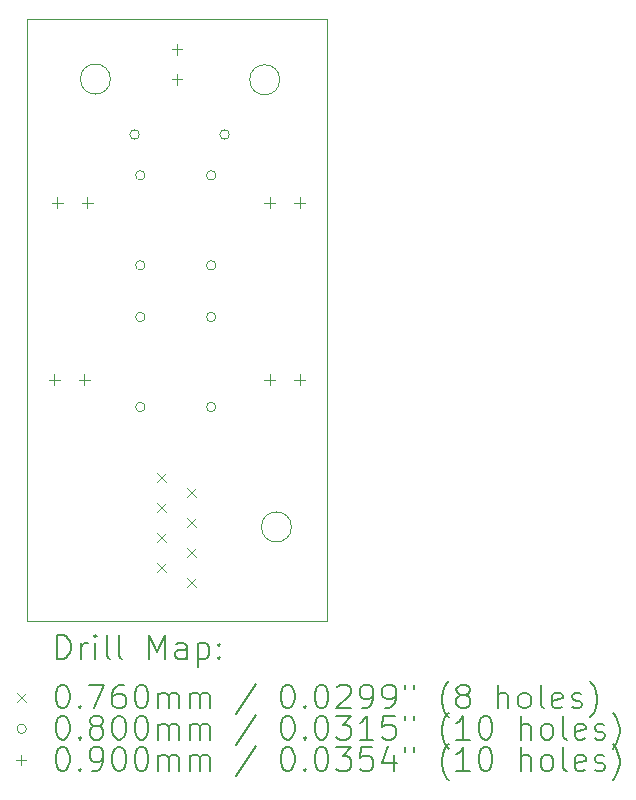
<source format=gbr>
%TF.GenerationSoftware,KiCad,Pcbnew,7.0.9*%
%TF.CreationDate,2023-12-13T17:14:32-05:00*%
%TF.ProjectId,Light Pcb,4c696768-7420-4506-9362-2e6b69636164,rev?*%
%TF.SameCoordinates,Original*%
%TF.FileFunction,Drillmap*%
%TF.FilePolarity,Positive*%
%FSLAX45Y45*%
G04 Gerber Fmt 4.5, Leading zero omitted, Abs format (unit mm)*
G04 Created by KiCad (PCBNEW 7.0.9) date 2023-12-13 17:14:32*
%MOMM*%
%LPD*%
G01*
G04 APERTURE LIST*
%ADD10C,0.100000*%
%ADD11C,0.200000*%
G04 APERTURE END LIST*
D10*
X11129000Y-8996000D02*
G75*
G03*
X11129000Y-8996000I-127000J0D01*
G01*
X11030000Y-5210000D02*
G75*
G03*
X11030000Y-5210000I-127000J0D01*
G01*
X9596000Y-5204000D02*
G75*
G03*
X9596000Y-5204000I-127000J0D01*
G01*
X8890000Y-4699000D02*
X11430000Y-4699000D01*
X11430000Y-9796000D01*
X8890000Y-9796000D01*
X8890000Y-4699000D01*
D11*
D10*
X9987000Y-8536750D02*
X10063000Y-8612750D01*
X10063000Y-8536750D02*
X9987000Y-8612750D01*
X9987000Y-8790750D02*
X10063000Y-8866750D01*
X10063000Y-8790750D02*
X9987000Y-8866750D01*
X9987000Y-9044750D02*
X10063000Y-9120750D01*
X10063000Y-9044750D02*
X9987000Y-9120750D01*
X9987000Y-9298750D02*
X10063000Y-9374750D01*
X10063000Y-9298750D02*
X9987000Y-9374750D01*
X10241000Y-8663750D02*
X10317000Y-8739750D01*
X10317000Y-8663750D02*
X10241000Y-8739750D01*
X10241000Y-8917750D02*
X10317000Y-8993750D01*
X10317000Y-8917750D02*
X10241000Y-8993750D01*
X10241000Y-9171750D02*
X10317000Y-9247750D01*
X10317000Y-9171750D02*
X10241000Y-9247750D01*
X10241000Y-9425750D02*
X10317000Y-9501750D01*
X10317000Y-9425750D02*
X10241000Y-9501750D01*
X9842000Y-5673000D02*
G75*
G03*
X9842000Y-5673000I-40000J0D01*
G01*
X9890000Y-6019000D02*
G75*
G03*
X9890000Y-6019000I-40000J0D01*
G01*
X9890000Y-6781000D02*
G75*
G03*
X9890000Y-6781000I-40000J0D01*
G01*
X9890000Y-7219000D02*
G75*
G03*
X9890000Y-7219000I-40000J0D01*
G01*
X9890000Y-7981000D02*
G75*
G03*
X9890000Y-7981000I-40000J0D01*
G01*
X10490000Y-6019000D02*
G75*
G03*
X10490000Y-6019000I-40000J0D01*
G01*
X10490000Y-6781000D02*
G75*
G03*
X10490000Y-6781000I-40000J0D01*
G01*
X10490000Y-7219000D02*
G75*
G03*
X10490000Y-7219000I-40000J0D01*
G01*
X10490000Y-7981000D02*
G75*
G03*
X10490000Y-7981000I-40000J0D01*
G01*
X10604000Y-5673000D02*
G75*
G03*
X10604000Y-5673000I-40000J0D01*
G01*
X9122500Y-7705000D02*
X9122500Y-7795000D01*
X9077500Y-7750000D02*
X9167500Y-7750000D01*
X9146000Y-6205000D02*
X9146000Y-6295000D01*
X9101000Y-6250000D02*
X9191000Y-6250000D01*
X9376500Y-7705000D02*
X9376500Y-7795000D01*
X9331500Y-7750000D02*
X9421500Y-7750000D01*
X9400000Y-6205000D02*
X9400000Y-6295000D01*
X9355000Y-6250000D02*
X9445000Y-6250000D01*
X10160000Y-4908000D02*
X10160000Y-4998000D01*
X10115000Y-4953000D02*
X10205000Y-4953000D01*
X10160000Y-5162000D02*
X10160000Y-5252000D01*
X10115000Y-5207000D02*
X10205000Y-5207000D01*
X10946000Y-6205000D02*
X10946000Y-6295000D01*
X10901000Y-6250000D02*
X10991000Y-6250000D01*
X10946000Y-7705000D02*
X10946000Y-7795000D01*
X10901000Y-7750000D02*
X10991000Y-7750000D01*
X11200000Y-6205000D02*
X11200000Y-6295000D01*
X11155000Y-6250000D02*
X11245000Y-6250000D01*
X11200000Y-7705000D02*
X11200000Y-7795000D01*
X11155000Y-7750000D02*
X11245000Y-7750000D01*
D11*
X9145777Y-10112484D02*
X9145777Y-9912484D01*
X9145777Y-9912484D02*
X9193396Y-9912484D01*
X9193396Y-9912484D02*
X9221967Y-9922008D01*
X9221967Y-9922008D02*
X9241015Y-9941055D01*
X9241015Y-9941055D02*
X9250539Y-9960103D01*
X9250539Y-9960103D02*
X9260063Y-9998198D01*
X9260063Y-9998198D02*
X9260063Y-10026770D01*
X9260063Y-10026770D02*
X9250539Y-10064865D01*
X9250539Y-10064865D02*
X9241015Y-10083912D01*
X9241015Y-10083912D02*
X9221967Y-10102960D01*
X9221967Y-10102960D02*
X9193396Y-10112484D01*
X9193396Y-10112484D02*
X9145777Y-10112484D01*
X9345777Y-10112484D02*
X9345777Y-9979150D01*
X9345777Y-10017246D02*
X9355301Y-9998198D01*
X9355301Y-9998198D02*
X9364824Y-9988674D01*
X9364824Y-9988674D02*
X9383872Y-9979150D01*
X9383872Y-9979150D02*
X9402920Y-9979150D01*
X9469586Y-10112484D02*
X9469586Y-9979150D01*
X9469586Y-9912484D02*
X9460063Y-9922008D01*
X9460063Y-9922008D02*
X9469586Y-9931531D01*
X9469586Y-9931531D02*
X9479110Y-9922008D01*
X9479110Y-9922008D02*
X9469586Y-9912484D01*
X9469586Y-9912484D02*
X9469586Y-9931531D01*
X9593396Y-10112484D02*
X9574348Y-10102960D01*
X9574348Y-10102960D02*
X9564824Y-10083912D01*
X9564824Y-10083912D02*
X9564824Y-9912484D01*
X9698158Y-10112484D02*
X9679110Y-10102960D01*
X9679110Y-10102960D02*
X9669586Y-10083912D01*
X9669586Y-10083912D02*
X9669586Y-9912484D01*
X9926729Y-10112484D02*
X9926729Y-9912484D01*
X9926729Y-9912484D02*
X9993396Y-10055341D01*
X9993396Y-10055341D02*
X10060063Y-9912484D01*
X10060063Y-9912484D02*
X10060063Y-10112484D01*
X10241015Y-10112484D02*
X10241015Y-10007722D01*
X10241015Y-10007722D02*
X10231491Y-9988674D01*
X10231491Y-9988674D02*
X10212444Y-9979150D01*
X10212444Y-9979150D02*
X10174348Y-9979150D01*
X10174348Y-9979150D02*
X10155301Y-9988674D01*
X10241015Y-10102960D02*
X10221967Y-10112484D01*
X10221967Y-10112484D02*
X10174348Y-10112484D01*
X10174348Y-10112484D02*
X10155301Y-10102960D01*
X10155301Y-10102960D02*
X10145777Y-10083912D01*
X10145777Y-10083912D02*
X10145777Y-10064865D01*
X10145777Y-10064865D02*
X10155301Y-10045817D01*
X10155301Y-10045817D02*
X10174348Y-10036293D01*
X10174348Y-10036293D02*
X10221967Y-10036293D01*
X10221967Y-10036293D02*
X10241015Y-10026770D01*
X10336253Y-9979150D02*
X10336253Y-10179150D01*
X10336253Y-9988674D02*
X10355301Y-9979150D01*
X10355301Y-9979150D02*
X10393396Y-9979150D01*
X10393396Y-9979150D02*
X10412444Y-9988674D01*
X10412444Y-9988674D02*
X10421967Y-9998198D01*
X10421967Y-9998198D02*
X10431491Y-10017246D01*
X10431491Y-10017246D02*
X10431491Y-10074389D01*
X10431491Y-10074389D02*
X10421967Y-10093436D01*
X10421967Y-10093436D02*
X10412444Y-10102960D01*
X10412444Y-10102960D02*
X10393396Y-10112484D01*
X10393396Y-10112484D02*
X10355301Y-10112484D01*
X10355301Y-10112484D02*
X10336253Y-10102960D01*
X10517205Y-10093436D02*
X10526729Y-10102960D01*
X10526729Y-10102960D02*
X10517205Y-10112484D01*
X10517205Y-10112484D02*
X10507682Y-10102960D01*
X10507682Y-10102960D02*
X10517205Y-10093436D01*
X10517205Y-10093436D02*
X10517205Y-10112484D01*
X10517205Y-9988674D02*
X10526729Y-9998198D01*
X10526729Y-9998198D02*
X10517205Y-10007722D01*
X10517205Y-10007722D02*
X10507682Y-9998198D01*
X10507682Y-9998198D02*
X10517205Y-9988674D01*
X10517205Y-9988674D02*
X10517205Y-10007722D01*
D10*
X8809000Y-10403000D02*
X8885000Y-10479000D01*
X8885000Y-10403000D02*
X8809000Y-10479000D01*
D11*
X9183872Y-10332484D02*
X9202920Y-10332484D01*
X9202920Y-10332484D02*
X9221967Y-10342008D01*
X9221967Y-10342008D02*
X9231491Y-10351531D01*
X9231491Y-10351531D02*
X9241015Y-10370579D01*
X9241015Y-10370579D02*
X9250539Y-10408674D01*
X9250539Y-10408674D02*
X9250539Y-10456293D01*
X9250539Y-10456293D02*
X9241015Y-10494389D01*
X9241015Y-10494389D02*
X9231491Y-10513436D01*
X9231491Y-10513436D02*
X9221967Y-10522960D01*
X9221967Y-10522960D02*
X9202920Y-10532484D01*
X9202920Y-10532484D02*
X9183872Y-10532484D01*
X9183872Y-10532484D02*
X9164824Y-10522960D01*
X9164824Y-10522960D02*
X9155301Y-10513436D01*
X9155301Y-10513436D02*
X9145777Y-10494389D01*
X9145777Y-10494389D02*
X9136253Y-10456293D01*
X9136253Y-10456293D02*
X9136253Y-10408674D01*
X9136253Y-10408674D02*
X9145777Y-10370579D01*
X9145777Y-10370579D02*
X9155301Y-10351531D01*
X9155301Y-10351531D02*
X9164824Y-10342008D01*
X9164824Y-10342008D02*
X9183872Y-10332484D01*
X9336253Y-10513436D02*
X9345777Y-10522960D01*
X9345777Y-10522960D02*
X9336253Y-10532484D01*
X9336253Y-10532484D02*
X9326729Y-10522960D01*
X9326729Y-10522960D02*
X9336253Y-10513436D01*
X9336253Y-10513436D02*
X9336253Y-10532484D01*
X9412444Y-10332484D02*
X9545777Y-10332484D01*
X9545777Y-10332484D02*
X9460063Y-10532484D01*
X9707682Y-10332484D02*
X9669586Y-10332484D01*
X9669586Y-10332484D02*
X9650539Y-10342008D01*
X9650539Y-10342008D02*
X9641015Y-10351531D01*
X9641015Y-10351531D02*
X9621967Y-10380103D01*
X9621967Y-10380103D02*
X9612444Y-10418198D01*
X9612444Y-10418198D02*
X9612444Y-10494389D01*
X9612444Y-10494389D02*
X9621967Y-10513436D01*
X9621967Y-10513436D02*
X9631491Y-10522960D01*
X9631491Y-10522960D02*
X9650539Y-10532484D01*
X9650539Y-10532484D02*
X9688634Y-10532484D01*
X9688634Y-10532484D02*
X9707682Y-10522960D01*
X9707682Y-10522960D02*
X9717205Y-10513436D01*
X9717205Y-10513436D02*
X9726729Y-10494389D01*
X9726729Y-10494389D02*
X9726729Y-10446770D01*
X9726729Y-10446770D02*
X9717205Y-10427722D01*
X9717205Y-10427722D02*
X9707682Y-10418198D01*
X9707682Y-10418198D02*
X9688634Y-10408674D01*
X9688634Y-10408674D02*
X9650539Y-10408674D01*
X9650539Y-10408674D02*
X9631491Y-10418198D01*
X9631491Y-10418198D02*
X9621967Y-10427722D01*
X9621967Y-10427722D02*
X9612444Y-10446770D01*
X9850539Y-10332484D02*
X9869586Y-10332484D01*
X9869586Y-10332484D02*
X9888634Y-10342008D01*
X9888634Y-10342008D02*
X9898158Y-10351531D01*
X9898158Y-10351531D02*
X9907682Y-10370579D01*
X9907682Y-10370579D02*
X9917205Y-10408674D01*
X9917205Y-10408674D02*
X9917205Y-10456293D01*
X9917205Y-10456293D02*
X9907682Y-10494389D01*
X9907682Y-10494389D02*
X9898158Y-10513436D01*
X9898158Y-10513436D02*
X9888634Y-10522960D01*
X9888634Y-10522960D02*
X9869586Y-10532484D01*
X9869586Y-10532484D02*
X9850539Y-10532484D01*
X9850539Y-10532484D02*
X9831491Y-10522960D01*
X9831491Y-10522960D02*
X9821967Y-10513436D01*
X9821967Y-10513436D02*
X9812444Y-10494389D01*
X9812444Y-10494389D02*
X9802920Y-10456293D01*
X9802920Y-10456293D02*
X9802920Y-10408674D01*
X9802920Y-10408674D02*
X9812444Y-10370579D01*
X9812444Y-10370579D02*
X9821967Y-10351531D01*
X9821967Y-10351531D02*
X9831491Y-10342008D01*
X9831491Y-10342008D02*
X9850539Y-10332484D01*
X10002920Y-10532484D02*
X10002920Y-10399150D01*
X10002920Y-10418198D02*
X10012444Y-10408674D01*
X10012444Y-10408674D02*
X10031491Y-10399150D01*
X10031491Y-10399150D02*
X10060063Y-10399150D01*
X10060063Y-10399150D02*
X10079110Y-10408674D01*
X10079110Y-10408674D02*
X10088634Y-10427722D01*
X10088634Y-10427722D02*
X10088634Y-10532484D01*
X10088634Y-10427722D02*
X10098158Y-10408674D01*
X10098158Y-10408674D02*
X10117205Y-10399150D01*
X10117205Y-10399150D02*
X10145777Y-10399150D01*
X10145777Y-10399150D02*
X10164825Y-10408674D01*
X10164825Y-10408674D02*
X10174348Y-10427722D01*
X10174348Y-10427722D02*
X10174348Y-10532484D01*
X10269586Y-10532484D02*
X10269586Y-10399150D01*
X10269586Y-10418198D02*
X10279110Y-10408674D01*
X10279110Y-10408674D02*
X10298158Y-10399150D01*
X10298158Y-10399150D02*
X10326729Y-10399150D01*
X10326729Y-10399150D02*
X10345777Y-10408674D01*
X10345777Y-10408674D02*
X10355301Y-10427722D01*
X10355301Y-10427722D02*
X10355301Y-10532484D01*
X10355301Y-10427722D02*
X10364825Y-10408674D01*
X10364825Y-10408674D02*
X10383872Y-10399150D01*
X10383872Y-10399150D02*
X10412444Y-10399150D01*
X10412444Y-10399150D02*
X10431491Y-10408674D01*
X10431491Y-10408674D02*
X10441015Y-10427722D01*
X10441015Y-10427722D02*
X10441015Y-10532484D01*
X10831491Y-10322960D02*
X10660063Y-10580103D01*
X11088634Y-10332484D02*
X11107682Y-10332484D01*
X11107682Y-10332484D02*
X11126729Y-10342008D01*
X11126729Y-10342008D02*
X11136253Y-10351531D01*
X11136253Y-10351531D02*
X11145777Y-10370579D01*
X11145777Y-10370579D02*
X11155301Y-10408674D01*
X11155301Y-10408674D02*
X11155301Y-10456293D01*
X11155301Y-10456293D02*
X11145777Y-10494389D01*
X11145777Y-10494389D02*
X11136253Y-10513436D01*
X11136253Y-10513436D02*
X11126729Y-10522960D01*
X11126729Y-10522960D02*
X11107682Y-10532484D01*
X11107682Y-10532484D02*
X11088634Y-10532484D01*
X11088634Y-10532484D02*
X11069587Y-10522960D01*
X11069587Y-10522960D02*
X11060063Y-10513436D01*
X11060063Y-10513436D02*
X11050539Y-10494389D01*
X11050539Y-10494389D02*
X11041015Y-10456293D01*
X11041015Y-10456293D02*
X11041015Y-10408674D01*
X11041015Y-10408674D02*
X11050539Y-10370579D01*
X11050539Y-10370579D02*
X11060063Y-10351531D01*
X11060063Y-10351531D02*
X11069587Y-10342008D01*
X11069587Y-10342008D02*
X11088634Y-10332484D01*
X11241015Y-10513436D02*
X11250539Y-10522960D01*
X11250539Y-10522960D02*
X11241015Y-10532484D01*
X11241015Y-10532484D02*
X11231491Y-10522960D01*
X11231491Y-10522960D02*
X11241015Y-10513436D01*
X11241015Y-10513436D02*
X11241015Y-10532484D01*
X11374348Y-10332484D02*
X11393396Y-10332484D01*
X11393396Y-10332484D02*
X11412444Y-10342008D01*
X11412444Y-10342008D02*
X11421967Y-10351531D01*
X11421967Y-10351531D02*
X11431491Y-10370579D01*
X11431491Y-10370579D02*
X11441015Y-10408674D01*
X11441015Y-10408674D02*
X11441015Y-10456293D01*
X11441015Y-10456293D02*
X11431491Y-10494389D01*
X11431491Y-10494389D02*
X11421967Y-10513436D01*
X11421967Y-10513436D02*
X11412444Y-10522960D01*
X11412444Y-10522960D02*
X11393396Y-10532484D01*
X11393396Y-10532484D02*
X11374348Y-10532484D01*
X11374348Y-10532484D02*
X11355301Y-10522960D01*
X11355301Y-10522960D02*
X11345777Y-10513436D01*
X11345777Y-10513436D02*
X11336253Y-10494389D01*
X11336253Y-10494389D02*
X11326729Y-10456293D01*
X11326729Y-10456293D02*
X11326729Y-10408674D01*
X11326729Y-10408674D02*
X11336253Y-10370579D01*
X11336253Y-10370579D02*
X11345777Y-10351531D01*
X11345777Y-10351531D02*
X11355301Y-10342008D01*
X11355301Y-10342008D02*
X11374348Y-10332484D01*
X11517206Y-10351531D02*
X11526729Y-10342008D01*
X11526729Y-10342008D02*
X11545777Y-10332484D01*
X11545777Y-10332484D02*
X11593396Y-10332484D01*
X11593396Y-10332484D02*
X11612444Y-10342008D01*
X11612444Y-10342008D02*
X11621967Y-10351531D01*
X11621967Y-10351531D02*
X11631491Y-10370579D01*
X11631491Y-10370579D02*
X11631491Y-10389627D01*
X11631491Y-10389627D02*
X11621967Y-10418198D01*
X11621967Y-10418198D02*
X11507682Y-10532484D01*
X11507682Y-10532484D02*
X11631491Y-10532484D01*
X11726729Y-10532484D02*
X11764825Y-10532484D01*
X11764825Y-10532484D02*
X11783872Y-10522960D01*
X11783872Y-10522960D02*
X11793396Y-10513436D01*
X11793396Y-10513436D02*
X11812444Y-10484865D01*
X11812444Y-10484865D02*
X11821967Y-10446770D01*
X11821967Y-10446770D02*
X11821967Y-10370579D01*
X11821967Y-10370579D02*
X11812444Y-10351531D01*
X11812444Y-10351531D02*
X11802920Y-10342008D01*
X11802920Y-10342008D02*
X11783872Y-10332484D01*
X11783872Y-10332484D02*
X11745777Y-10332484D01*
X11745777Y-10332484D02*
X11726729Y-10342008D01*
X11726729Y-10342008D02*
X11717206Y-10351531D01*
X11717206Y-10351531D02*
X11707682Y-10370579D01*
X11707682Y-10370579D02*
X11707682Y-10418198D01*
X11707682Y-10418198D02*
X11717206Y-10437246D01*
X11717206Y-10437246D02*
X11726729Y-10446770D01*
X11726729Y-10446770D02*
X11745777Y-10456293D01*
X11745777Y-10456293D02*
X11783872Y-10456293D01*
X11783872Y-10456293D02*
X11802920Y-10446770D01*
X11802920Y-10446770D02*
X11812444Y-10437246D01*
X11812444Y-10437246D02*
X11821967Y-10418198D01*
X11917206Y-10532484D02*
X11955301Y-10532484D01*
X11955301Y-10532484D02*
X11974348Y-10522960D01*
X11974348Y-10522960D02*
X11983872Y-10513436D01*
X11983872Y-10513436D02*
X12002920Y-10484865D01*
X12002920Y-10484865D02*
X12012444Y-10446770D01*
X12012444Y-10446770D02*
X12012444Y-10370579D01*
X12012444Y-10370579D02*
X12002920Y-10351531D01*
X12002920Y-10351531D02*
X11993396Y-10342008D01*
X11993396Y-10342008D02*
X11974348Y-10332484D01*
X11974348Y-10332484D02*
X11936253Y-10332484D01*
X11936253Y-10332484D02*
X11917206Y-10342008D01*
X11917206Y-10342008D02*
X11907682Y-10351531D01*
X11907682Y-10351531D02*
X11898158Y-10370579D01*
X11898158Y-10370579D02*
X11898158Y-10418198D01*
X11898158Y-10418198D02*
X11907682Y-10437246D01*
X11907682Y-10437246D02*
X11917206Y-10446770D01*
X11917206Y-10446770D02*
X11936253Y-10456293D01*
X11936253Y-10456293D02*
X11974348Y-10456293D01*
X11974348Y-10456293D02*
X11993396Y-10446770D01*
X11993396Y-10446770D02*
X12002920Y-10437246D01*
X12002920Y-10437246D02*
X12012444Y-10418198D01*
X12088634Y-10332484D02*
X12088634Y-10370579D01*
X12164825Y-10332484D02*
X12164825Y-10370579D01*
X12460063Y-10608674D02*
X12450539Y-10599150D01*
X12450539Y-10599150D02*
X12431491Y-10570579D01*
X12431491Y-10570579D02*
X12421968Y-10551531D01*
X12421968Y-10551531D02*
X12412444Y-10522960D01*
X12412444Y-10522960D02*
X12402920Y-10475341D01*
X12402920Y-10475341D02*
X12402920Y-10437246D01*
X12402920Y-10437246D02*
X12412444Y-10389627D01*
X12412444Y-10389627D02*
X12421968Y-10361055D01*
X12421968Y-10361055D02*
X12431491Y-10342008D01*
X12431491Y-10342008D02*
X12450539Y-10313436D01*
X12450539Y-10313436D02*
X12460063Y-10303912D01*
X12564825Y-10418198D02*
X12545777Y-10408674D01*
X12545777Y-10408674D02*
X12536253Y-10399150D01*
X12536253Y-10399150D02*
X12526729Y-10380103D01*
X12526729Y-10380103D02*
X12526729Y-10370579D01*
X12526729Y-10370579D02*
X12536253Y-10351531D01*
X12536253Y-10351531D02*
X12545777Y-10342008D01*
X12545777Y-10342008D02*
X12564825Y-10332484D01*
X12564825Y-10332484D02*
X12602920Y-10332484D01*
X12602920Y-10332484D02*
X12621968Y-10342008D01*
X12621968Y-10342008D02*
X12631491Y-10351531D01*
X12631491Y-10351531D02*
X12641015Y-10370579D01*
X12641015Y-10370579D02*
X12641015Y-10380103D01*
X12641015Y-10380103D02*
X12631491Y-10399150D01*
X12631491Y-10399150D02*
X12621968Y-10408674D01*
X12621968Y-10408674D02*
X12602920Y-10418198D01*
X12602920Y-10418198D02*
X12564825Y-10418198D01*
X12564825Y-10418198D02*
X12545777Y-10427722D01*
X12545777Y-10427722D02*
X12536253Y-10437246D01*
X12536253Y-10437246D02*
X12526729Y-10456293D01*
X12526729Y-10456293D02*
X12526729Y-10494389D01*
X12526729Y-10494389D02*
X12536253Y-10513436D01*
X12536253Y-10513436D02*
X12545777Y-10522960D01*
X12545777Y-10522960D02*
X12564825Y-10532484D01*
X12564825Y-10532484D02*
X12602920Y-10532484D01*
X12602920Y-10532484D02*
X12621968Y-10522960D01*
X12621968Y-10522960D02*
X12631491Y-10513436D01*
X12631491Y-10513436D02*
X12641015Y-10494389D01*
X12641015Y-10494389D02*
X12641015Y-10456293D01*
X12641015Y-10456293D02*
X12631491Y-10437246D01*
X12631491Y-10437246D02*
X12621968Y-10427722D01*
X12621968Y-10427722D02*
X12602920Y-10418198D01*
X12879110Y-10532484D02*
X12879110Y-10332484D01*
X12964825Y-10532484D02*
X12964825Y-10427722D01*
X12964825Y-10427722D02*
X12955301Y-10408674D01*
X12955301Y-10408674D02*
X12936253Y-10399150D01*
X12936253Y-10399150D02*
X12907682Y-10399150D01*
X12907682Y-10399150D02*
X12888634Y-10408674D01*
X12888634Y-10408674D02*
X12879110Y-10418198D01*
X13088634Y-10532484D02*
X13069587Y-10522960D01*
X13069587Y-10522960D02*
X13060063Y-10513436D01*
X13060063Y-10513436D02*
X13050539Y-10494389D01*
X13050539Y-10494389D02*
X13050539Y-10437246D01*
X13050539Y-10437246D02*
X13060063Y-10418198D01*
X13060063Y-10418198D02*
X13069587Y-10408674D01*
X13069587Y-10408674D02*
X13088634Y-10399150D01*
X13088634Y-10399150D02*
X13117206Y-10399150D01*
X13117206Y-10399150D02*
X13136253Y-10408674D01*
X13136253Y-10408674D02*
X13145777Y-10418198D01*
X13145777Y-10418198D02*
X13155301Y-10437246D01*
X13155301Y-10437246D02*
X13155301Y-10494389D01*
X13155301Y-10494389D02*
X13145777Y-10513436D01*
X13145777Y-10513436D02*
X13136253Y-10522960D01*
X13136253Y-10522960D02*
X13117206Y-10532484D01*
X13117206Y-10532484D02*
X13088634Y-10532484D01*
X13269587Y-10532484D02*
X13250539Y-10522960D01*
X13250539Y-10522960D02*
X13241015Y-10503912D01*
X13241015Y-10503912D02*
X13241015Y-10332484D01*
X13421968Y-10522960D02*
X13402920Y-10532484D01*
X13402920Y-10532484D02*
X13364825Y-10532484D01*
X13364825Y-10532484D02*
X13345777Y-10522960D01*
X13345777Y-10522960D02*
X13336253Y-10503912D01*
X13336253Y-10503912D02*
X13336253Y-10427722D01*
X13336253Y-10427722D02*
X13345777Y-10408674D01*
X13345777Y-10408674D02*
X13364825Y-10399150D01*
X13364825Y-10399150D02*
X13402920Y-10399150D01*
X13402920Y-10399150D02*
X13421968Y-10408674D01*
X13421968Y-10408674D02*
X13431491Y-10427722D01*
X13431491Y-10427722D02*
X13431491Y-10446770D01*
X13431491Y-10446770D02*
X13336253Y-10465817D01*
X13507682Y-10522960D02*
X13526730Y-10532484D01*
X13526730Y-10532484D02*
X13564825Y-10532484D01*
X13564825Y-10532484D02*
X13583872Y-10522960D01*
X13583872Y-10522960D02*
X13593396Y-10503912D01*
X13593396Y-10503912D02*
X13593396Y-10494389D01*
X13593396Y-10494389D02*
X13583872Y-10475341D01*
X13583872Y-10475341D02*
X13564825Y-10465817D01*
X13564825Y-10465817D02*
X13536253Y-10465817D01*
X13536253Y-10465817D02*
X13517206Y-10456293D01*
X13517206Y-10456293D02*
X13507682Y-10437246D01*
X13507682Y-10437246D02*
X13507682Y-10427722D01*
X13507682Y-10427722D02*
X13517206Y-10408674D01*
X13517206Y-10408674D02*
X13536253Y-10399150D01*
X13536253Y-10399150D02*
X13564825Y-10399150D01*
X13564825Y-10399150D02*
X13583872Y-10408674D01*
X13660063Y-10608674D02*
X13669587Y-10599150D01*
X13669587Y-10599150D02*
X13688634Y-10570579D01*
X13688634Y-10570579D02*
X13698158Y-10551531D01*
X13698158Y-10551531D02*
X13707682Y-10522960D01*
X13707682Y-10522960D02*
X13717206Y-10475341D01*
X13717206Y-10475341D02*
X13717206Y-10437246D01*
X13717206Y-10437246D02*
X13707682Y-10389627D01*
X13707682Y-10389627D02*
X13698158Y-10361055D01*
X13698158Y-10361055D02*
X13688634Y-10342008D01*
X13688634Y-10342008D02*
X13669587Y-10313436D01*
X13669587Y-10313436D02*
X13660063Y-10303912D01*
D10*
X8885000Y-10705000D02*
G75*
G03*
X8885000Y-10705000I-40000J0D01*
G01*
D11*
X9183872Y-10596484D02*
X9202920Y-10596484D01*
X9202920Y-10596484D02*
X9221967Y-10606008D01*
X9221967Y-10606008D02*
X9231491Y-10615531D01*
X9231491Y-10615531D02*
X9241015Y-10634579D01*
X9241015Y-10634579D02*
X9250539Y-10672674D01*
X9250539Y-10672674D02*
X9250539Y-10720293D01*
X9250539Y-10720293D02*
X9241015Y-10758389D01*
X9241015Y-10758389D02*
X9231491Y-10777436D01*
X9231491Y-10777436D02*
X9221967Y-10786960D01*
X9221967Y-10786960D02*
X9202920Y-10796484D01*
X9202920Y-10796484D02*
X9183872Y-10796484D01*
X9183872Y-10796484D02*
X9164824Y-10786960D01*
X9164824Y-10786960D02*
X9155301Y-10777436D01*
X9155301Y-10777436D02*
X9145777Y-10758389D01*
X9145777Y-10758389D02*
X9136253Y-10720293D01*
X9136253Y-10720293D02*
X9136253Y-10672674D01*
X9136253Y-10672674D02*
X9145777Y-10634579D01*
X9145777Y-10634579D02*
X9155301Y-10615531D01*
X9155301Y-10615531D02*
X9164824Y-10606008D01*
X9164824Y-10606008D02*
X9183872Y-10596484D01*
X9336253Y-10777436D02*
X9345777Y-10786960D01*
X9345777Y-10786960D02*
X9336253Y-10796484D01*
X9336253Y-10796484D02*
X9326729Y-10786960D01*
X9326729Y-10786960D02*
X9336253Y-10777436D01*
X9336253Y-10777436D02*
X9336253Y-10796484D01*
X9460063Y-10682198D02*
X9441015Y-10672674D01*
X9441015Y-10672674D02*
X9431491Y-10663150D01*
X9431491Y-10663150D02*
X9421967Y-10644103D01*
X9421967Y-10644103D02*
X9421967Y-10634579D01*
X9421967Y-10634579D02*
X9431491Y-10615531D01*
X9431491Y-10615531D02*
X9441015Y-10606008D01*
X9441015Y-10606008D02*
X9460063Y-10596484D01*
X9460063Y-10596484D02*
X9498158Y-10596484D01*
X9498158Y-10596484D02*
X9517205Y-10606008D01*
X9517205Y-10606008D02*
X9526729Y-10615531D01*
X9526729Y-10615531D02*
X9536253Y-10634579D01*
X9536253Y-10634579D02*
X9536253Y-10644103D01*
X9536253Y-10644103D02*
X9526729Y-10663150D01*
X9526729Y-10663150D02*
X9517205Y-10672674D01*
X9517205Y-10672674D02*
X9498158Y-10682198D01*
X9498158Y-10682198D02*
X9460063Y-10682198D01*
X9460063Y-10682198D02*
X9441015Y-10691722D01*
X9441015Y-10691722D02*
X9431491Y-10701246D01*
X9431491Y-10701246D02*
X9421967Y-10720293D01*
X9421967Y-10720293D02*
X9421967Y-10758389D01*
X9421967Y-10758389D02*
X9431491Y-10777436D01*
X9431491Y-10777436D02*
X9441015Y-10786960D01*
X9441015Y-10786960D02*
X9460063Y-10796484D01*
X9460063Y-10796484D02*
X9498158Y-10796484D01*
X9498158Y-10796484D02*
X9517205Y-10786960D01*
X9517205Y-10786960D02*
X9526729Y-10777436D01*
X9526729Y-10777436D02*
X9536253Y-10758389D01*
X9536253Y-10758389D02*
X9536253Y-10720293D01*
X9536253Y-10720293D02*
X9526729Y-10701246D01*
X9526729Y-10701246D02*
X9517205Y-10691722D01*
X9517205Y-10691722D02*
X9498158Y-10682198D01*
X9660063Y-10596484D02*
X9679110Y-10596484D01*
X9679110Y-10596484D02*
X9698158Y-10606008D01*
X9698158Y-10606008D02*
X9707682Y-10615531D01*
X9707682Y-10615531D02*
X9717205Y-10634579D01*
X9717205Y-10634579D02*
X9726729Y-10672674D01*
X9726729Y-10672674D02*
X9726729Y-10720293D01*
X9726729Y-10720293D02*
X9717205Y-10758389D01*
X9717205Y-10758389D02*
X9707682Y-10777436D01*
X9707682Y-10777436D02*
X9698158Y-10786960D01*
X9698158Y-10786960D02*
X9679110Y-10796484D01*
X9679110Y-10796484D02*
X9660063Y-10796484D01*
X9660063Y-10796484D02*
X9641015Y-10786960D01*
X9641015Y-10786960D02*
X9631491Y-10777436D01*
X9631491Y-10777436D02*
X9621967Y-10758389D01*
X9621967Y-10758389D02*
X9612444Y-10720293D01*
X9612444Y-10720293D02*
X9612444Y-10672674D01*
X9612444Y-10672674D02*
X9621967Y-10634579D01*
X9621967Y-10634579D02*
X9631491Y-10615531D01*
X9631491Y-10615531D02*
X9641015Y-10606008D01*
X9641015Y-10606008D02*
X9660063Y-10596484D01*
X9850539Y-10596484D02*
X9869586Y-10596484D01*
X9869586Y-10596484D02*
X9888634Y-10606008D01*
X9888634Y-10606008D02*
X9898158Y-10615531D01*
X9898158Y-10615531D02*
X9907682Y-10634579D01*
X9907682Y-10634579D02*
X9917205Y-10672674D01*
X9917205Y-10672674D02*
X9917205Y-10720293D01*
X9917205Y-10720293D02*
X9907682Y-10758389D01*
X9907682Y-10758389D02*
X9898158Y-10777436D01*
X9898158Y-10777436D02*
X9888634Y-10786960D01*
X9888634Y-10786960D02*
X9869586Y-10796484D01*
X9869586Y-10796484D02*
X9850539Y-10796484D01*
X9850539Y-10796484D02*
X9831491Y-10786960D01*
X9831491Y-10786960D02*
X9821967Y-10777436D01*
X9821967Y-10777436D02*
X9812444Y-10758389D01*
X9812444Y-10758389D02*
X9802920Y-10720293D01*
X9802920Y-10720293D02*
X9802920Y-10672674D01*
X9802920Y-10672674D02*
X9812444Y-10634579D01*
X9812444Y-10634579D02*
X9821967Y-10615531D01*
X9821967Y-10615531D02*
X9831491Y-10606008D01*
X9831491Y-10606008D02*
X9850539Y-10596484D01*
X10002920Y-10796484D02*
X10002920Y-10663150D01*
X10002920Y-10682198D02*
X10012444Y-10672674D01*
X10012444Y-10672674D02*
X10031491Y-10663150D01*
X10031491Y-10663150D02*
X10060063Y-10663150D01*
X10060063Y-10663150D02*
X10079110Y-10672674D01*
X10079110Y-10672674D02*
X10088634Y-10691722D01*
X10088634Y-10691722D02*
X10088634Y-10796484D01*
X10088634Y-10691722D02*
X10098158Y-10672674D01*
X10098158Y-10672674D02*
X10117205Y-10663150D01*
X10117205Y-10663150D02*
X10145777Y-10663150D01*
X10145777Y-10663150D02*
X10164825Y-10672674D01*
X10164825Y-10672674D02*
X10174348Y-10691722D01*
X10174348Y-10691722D02*
X10174348Y-10796484D01*
X10269586Y-10796484D02*
X10269586Y-10663150D01*
X10269586Y-10682198D02*
X10279110Y-10672674D01*
X10279110Y-10672674D02*
X10298158Y-10663150D01*
X10298158Y-10663150D02*
X10326729Y-10663150D01*
X10326729Y-10663150D02*
X10345777Y-10672674D01*
X10345777Y-10672674D02*
X10355301Y-10691722D01*
X10355301Y-10691722D02*
X10355301Y-10796484D01*
X10355301Y-10691722D02*
X10364825Y-10672674D01*
X10364825Y-10672674D02*
X10383872Y-10663150D01*
X10383872Y-10663150D02*
X10412444Y-10663150D01*
X10412444Y-10663150D02*
X10431491Y-10672674D01*
X10431491Y-10672674D02*
X10441015Y-10691722D01*
X10441015Y-10691722D02*
X10441015Y-10796484D01*
X10831491Y-10586960D02*
X10660063Y-10844103D01*
X11088634Y-10596484D02*
X11107682Y-10596484D01*
X11107682Y-10596484D02*
X11126729Y-10606008D01*
X11126729Y-10606008D02*
X11136253Y-10615531D01*
X11136253Y-10615531D02*
X11145777Y-10634579D01*
X11145777Y-10634579D02*
X11155301Y-10672674D01*
X11155301Y-10672674D02*
X11155301Y-10720293D01*
X11155301Y-10720293D02*
X11145777Y-10758389D01*
X11145777Y-10758389D02*
X11136253Y-10777436D01*
X11136253Y-10777436D02*
X11126729Y-10786960D01*
X11126729Y-10786960D02*
X11107682Y-10796484D01*
X11107682Y-10796484D02*
X11088634Y-10796484D01*
X11088634Y-10796484D02*
X11069587Y-10786960D01*
X11069587Y-10786960D02*
X11060063Y-10777436D01*
X11060063Y-10777436D02*
X11050539Y-10758389D01*
X11050539Y-10758389D02*
X11041015Y-10720293D01*
X11041015Y-10720293D02*
X11041015Y-10672674D01*
X11041015Y-10672674D02*
X11050539Y-10634579D01*
X11050539Y-10634579D02*
X11060063Y-10615531D01*
X11060063Y-10615531D02*
X11069587Y-10606008D01*
X11069587Y-10606008D02*
X11088634Y-10596484D01*
X11241015Y-10777436D02*
X11250539Y-10786960D01*
X11250539Y-10786960D02*
X11241015Y-10796484D01*
X11241015Y-10796484D02*
X11231491Y-10786960D01*
X11231491Y-10786960D02*
X11241015Y-10777436D01*
X11241015Y-10777436D02*
X11241015Y-10796484D01*
X11374348Y-10596484D02*
X11393396Y-10596484D01*
X11393396Y-10596484D02*
X11412444Y-10606008D01*
X11412444Y-10606008D02*
X11421967Y-10615531D01*
X11421967Y-10615531D02*
X11431491Y-10634579D01*
X11431491Y-10634579D02*
X11441015Y-10672674D01*
X11441015Y-10672674D02*
X11441015Y-10720293D01*
X11441015Y-10720293D02*
X11431491Y-10758389D01*
X11431491Y-10758389D02*
X11421967Y-10777436D01*
X11421967Y-10777436D02*
X11412444Y-10786960D01*
X11412444Y-10786960D02*
X11393396Y-10796484D01*
X11393396Y-10796484D02*
X11374348Y-10796484D01*
X11374348Y-10796484D02*
X11355301Y-10786960D01*
X11355301Y-10786960D02*
X11345777Y-10777436D01*
X11345777Y-10777436D02*
X11336253Y-10758389D01*
X11336253Y-10758389D02*
X11326729Y-10720293D01*
X11326729Y-10720293D02*
X11326729Y-10672674D01*
X11326729Y-10672674D02*
X11336253Y-10634579D01*
X11336253Y-10634579D02*
X11345777Y-10615531D01*
X11345777Y-10615531D02*
X11355301Y-10606008D01*
X11355301Y-10606008D02*
X11374348Y-10596484D01*
X11507682Y-10596484D02*
X11631491Y-10596484D01*
X11631491Y-10596484D02*
X11564825Y-10672674D01*
X11564825Y-10672674D02*
X11593396Y-10672674D01*
X11593396Y-10672674D02*
X11612444Y-10682198D01*
X11612444Y-10682198D02*
X11621967Y-10691722D01*
X11621967Y-10691722D02*
X11631491Y-10710770D01*
X11631491Y-10710770D02*
X11631491Y-10758389D01*
X11631491Y-10758389D02*
X11621967Y-10777436D01*
X11621967Y-10777436D02*
X11612444Y-10786960D01*
X11612444Y-10786960D02*
X11593396Y-10796484D01*
X11593396Y-10796484D02*
X11536253Y-10796484D01*
X11536253Y-10796484D02*
X11517206Y-10786960D01*
X11517206Y-10786960D02*
X11507682Y-10777436D01*
X11821967Y-10796484D02*
X11707682Y-10796484D01*
X11764825Y-10796484D02*
X11764825Y-10596484D01*
X11764825Y-10596484D02*
X11745777Y-10625055D01*
X11745777Y-10625055D02*
X11726729Y-10644103D01*
X11726729Y-10644103D02*
X11707682Y-10653627D01*
X12002920Y-10596484D02*
X11907682Y-10596484D01*
X11907682Y-10596484D02*
X11898158Y-10691722D01*
X11898158Y-10691722D02*
X11907682Y-10682198D01*
X11907682Y-10682198D02*
X11926729Y-10672674D01*
X11926729Y-10672674D02*
X11974348Y-10672674D01*
X11974348Y-10672674D02*
X11993396Y-10682198D01*
X11993396Y-10682198D02*
X12002920Y-10691722D01*
X12002920Y-10691722D02*
X12012444Y-10710770D01*
X12012444Y-10710770D02*
X12012444Y-10758389D01*
X12012444Y-10758389D02*
X12002920Y-10777436D01*
X12002920Y-10777436D02*
X11993396Y-10786960D01*
X11993396Y-10786960D02*
X11974348Y-10796484D01*
X11974348Y-10796484D02*
X11926729Y-10796484D01*
X11926729Y-10796484D02*
X11907682Y-10786960D01*
X11907682Y-10786960D02*
X11898158Y-10777436D01*
X12088634Y-10596484D02*
X12088634Y-10634579D01*
X12164825Y-10596484D02*
X12164825Y-10634579D01*
X12460063Y-10872674D02*
X12450539Y-10863150D01*
X12450539Y-10863150D02*
X12431491Y-10834579D01*
X12431491Y-10834579D02*
X12421968Y-10815531D01*
X12421968Y-10815531D02*
X12412444Y-10786960D01*
X12412444Y-10786960D02*
X12402920Y-10739341D01*
X12402920Y-10739341D02*
X12402920Y-10701246D01*
X12402920Y-10701246D02*
X12412444Y-10653627D01*
X12412444Y-10653627D02*
X12421968Y-10625055D01*
X12421968Y-10625055D02*
X12431491Y-10606008D01*
X12431491Y-10606008D02*
X12450539Y-10577436D01*
X12450539Y-10577436D02*
X12460063Y-10567912D01*
X12641015Y-10796484D02*
X12526729Y-10796484D01*
X12583872Y-10796484D02*
X12583872Y-10596484D01*
X12583872Y-10596484D02*
X12564825Y-10625055D01*
X12564825Y-10625055D02*
X12545777Y-10644103D01*
X12545777Y-10644103D02*
X12526729Y-10653627D01*
X12764825Y-10596484D02*
X12783872Y-10596484D01*
X12783872Y-10596484D02*
X12802920Y-10606008D01*
X12802920Y-10606008D02*
X12812444Y-10615531D01*
X12812444Y-10615531D02*
X12821968Y-10634579D01*
X12821968Y-10634579D02*
X12831491Y-10672674D01*
X12831491Y-10672674D02*
X12831491Y-10720293D01*
X12831491Y-10720293D02*
X12821968Y-10758389D01*
X12821968Y-10758389D02*
X12812444Y-10777436D01*
X12812444Y-10777436D02*
X12802920Y-10786960D01*
X12802920Y-10786960D02*
X12783872Y-10796484D01*
X12783872Y-10796484D02*
X12764825Y-10796484D01*
X12764825Y-10796484D02*
X12745777Y-10786960D01*
X12745777Y-10786960D02*
X12736253Y-10777436D01*
X12736253Y-10777436D02*
X12726729Y-10758389D01*
X12726729Y-10758389D02*
X12717206Y-10720293D01*
X12717206Y-10720293D02*
X12717206Y-10672674D01*
X12717206Y-10672674D02*
X12726729Y-10634579D01*
X12726729Y-10634579D02*
X12736253Y-10615531D01*
X12736253Y-10615531D02*
X12745777Y-10606008D01*
X12745777Y-10606008D02*
X12764825Y-10596484D01*
X13069587Y-10796484D02*
X13069587Y-10596484D01*
X13155301Y-10796484D02*
X13155301Y-10691722D01*
X13155301Y-10691722D02*
X13145777Y-10672674D01*
X13145777Y-10672674D02*
X13126730Y-10663150D01*
X13126730Y-10663150D02*
X13098158Y-10663150D01*
X13098158Y-10663150D02*
X13079110Y-10672674D01*
X13079110Y-10672674D02*
X13069587Y-10682198D01*
X13279110Y-10796484D02*
X13260063Y-10786960D01*
X13260063Y-10786960D02*
X13250539Y-10777436D01*
X13250539Y-10777436D02*
X13241015Y-10758389D01*
X13241015Y-10758389D02*
X13241015Y-10701246D01*
X13241015Y-10701246D02*
X13250539Y-10682198D01*
X13250539Y-10682198D02*
X13260063Y-10672674D01*
X13260063Y-10672674D02*
X13279110Y-10663150D01*
X13279110Y-10663150D02*
X13307682Y-10663150D01*
X13307682Y-10663150D02*
X13326730Y-10672674D01*
X13326730Y-10672674D02*
X13336253Y-10682198D01*
X13336253Y-10682198D02*
X13345777Y-10701246D01*
X13345777Y-10701246D02*
X13345777Y-10758389D01*
X13345777Y-10758389D02*
X13336253Y-10777436D01*
X13336253Y-10777436D02*
X13326730Y-10786960D01*
X13326730Y-10786960D02*
X13307682Y-10796484D01*
X13307682Y-10796484D02*
X13279110Y-10796484D01*
X13460063Y-10796484D02*
X13441015Y-10786960D01*
X13441015Y-10786960D02*
X13431491Y-10767912D01*
X13431491Y-10767912D02*
X13431491Y-10596484D01*
X13612444Y-10786960D02*
X13593396Y-10796484D01*
X13593396Y-10796484D02*
X13555301Y-10796484D01*
X13555301Y-10796484D02*
X13536253Y-10786960D01*
X13536253Y-10786960D02*
X13526730Y-10767912D01*
X13526730Y-10767912D02*
X13526730Y-10691722D01*
X13526730Y-10691722D02*
X13536253Y-10672674D01*
X13536253Y-10672674D02*
X13555301Y-10663150D01*
X13555301Y-10663150D02*
X13593396Y-10663150D01*
X13593396Y-10663150D02*
X13612444Y-10672674D01*
X13612444Y-10672674D02*
X13621968Y-10691722D01*
X13621968Y-10691722D02*
X13621968Y-10710770D01*
X13621968Y-10710770D02*
X13526730Y-10729817D01*
X13698158Y-10786960D02*
X13717206Y-10796484D01*
X13717206Y-10796484D02*
X13755301Y-10796484D01*
X13755301Y-10796484D02*
X13774349Y-10786960D01*
X13774349Y-10786960D02*
X13783872Y-10767912D01*
X13783872Y-10767912D02*
X13783872Y-10758389D01*
X13783872Y-10758389D02*
X13774349Y-10739341D01*
X13774349Y-10739341D02*
X13755301Y-10729817D01*
X13755301Y-10729817D02*
X13726730Y-10729817D01*
X13726730Y-10729817D02*
X13707682Y-10720293D01*
X13707682Y-10720293D02*
X13698158Y-10701246D01*
X13698158Y-10701246D02*
X13698158Y-10691722D01*
X13698158Y-10691722D02*
X13707682Y-10672674D01*
X13707682Y-10672674D02*
X13726730Y-10663150D01*
X13726730Y-10663150D02*
X13755301Y-10663150D01*
X13755301Y-10663150D02*
X13774349Y-10672674D01*
X13850539Y-10872674D02*
X13860063Y-10863150D01*
X13860063Y-10863150D02*
X13879111Y-10834579D01*
X13879111Y-10834579D02*
X13888634Y-10815531D01*
X13888634Y-10815531D02*
X13898158Y-10786960D01*
X13898158Y-10786960D02*
X13907682Y-10739341D01*
X13907682Y-10739341D02*
X13907682Y-10701246D01*
X13907682Y-10701246D02*
X13898158Y-10653627D01*
X13898158Y-10653627D02*
X13888634Y-10625055D01*
X13888634Y-10625055D02*
X13879111Y-10606008D01*
X13879111Y-10606008D02*
X13860063Y-10577436D01*
X13860063Y-10577436D02*
X13850539Y-10567912D01*
D10*
X8840000Y-10924000D02*
X8840000Y-11014000D01*
X8795000Y-10969000D02*
X8885000Y-10969000D01*
D11*
X9183872Y-10860484D02*
X9202920Y-10860484D01*
X9202920Y-10860484D02*
X9221967Y-10870008D01*
X9221967Y-10870008D02*
X9231491Y-10879531D01*
X9231491Y-10879531D02*
X9241015Y-10898579D01*
X9241015Y-10898579D02*
X9250539Y-10936674D01*
X9250539Y-10936674D02*
X9250539Y-10984293D01*
X9250539Y-10984293D02*
X9241015Y-11022389D01*
X9241015Y-11022389D02*
X9231491Y-11041436D01*
X9231491Y-11041436D02*
X9221967Y-11050960D01*
X9221967Y-11050960D02*
X9202920Y-11060484D01*
X9202920Y-11060484D02*
X9183872Y-11060484D01*
X9183872Y-11060484D02*
X9164824Y-11050960D01*
X9164824Y-11050960D02*
X9155301Y-11041436D01*
X9155301Y-11041436D02*
X9145777Y-11022389D01*
X9145777Y-11022389D02*
X9136253Y-10984293D01*
X9136253Y-10984293D02*
X9136253Y-10936674D01*
X9136253Y-10936674D02*
X9145777Y-10898579D01*
X9145777Y-10898579D02*
X9155301Y-10879531D01*
X9155301Y-10879531D02*
X9164824Y-10870008D01*
X9164824Y-10870008D02*
X9183872Y-10860484D01*
X9336253Y-11041436D02*
X9345777Y-11050960D01*
X9345777Y-11050960D02*
X9336253Y-11060484D01*
X9336253Y-11060484D02*
X9326729Y-11050960D01*
X9326729Y-11050960D02*
X9336253Y-11041436D01*
X9336253Y-11041436D02*
X9336253Y-11060484D01*
X9441015Y-11060484D02*
X9479110Y-11060484D01*
X9479110Y-11060484D02*
X9498158Y-11050960D01*
X9498158Y-11050960D02*
X9507682Y-11041436D01*
X9507682Y-11041436D02*
X9526729Y-11012865D01*
X9526729Y-11012865D02*
X9536253Y-10974770D01*
X9536253Y-10974770D02*
X9536253Y-10898579D01*
X9536253Y-10898579D02*
X9526729Y-10879531D01*
X9526729Y-10879531D02*
X9517205Y-10870008D01*
X9517205Y-10870008D02*
X9498158Y-10860484D01*
X9498158Y-10860484D02*
X9460063Y-10860484D01*
X9460063Y-10860484D02*
X9441015Y-10870008D01*
X9441015Y-10870008D02*
X9431491Y-10879531D01*
X9431491Y-10879531D02*
X9421967Y-10898579D01*
X9421967Y-10898579D02*
X9421967Y-10946198D01*
X9421967Y-10946198D02*
X9431491Y-10965246D01*
X9431491Y-10965246D02*
X9441015Y-10974770D01*
X9441015Y-10974770D02*
X9460063Y-10984293D01*
X9460063Y-10984293D02*
X9498158Y-10984293D01*
X9498158Y-10984293D02*
X9517205Y-10974770D01*
X9517205Y-10974770D02*
X9526729Y-10965246D01*
X9526729Y-10965246D02*
X9536253Y-10946198D01*
X9660063Y-10860484D02*
X9679110Y-10860484D01*
X9679110Y-10860484D02*
X9698158Y-10870008D01*
X9698158Y-10870008D02*
X9707682Y-10879531D01*
X9707682Y-10879531D02*
X9717205Y-10898579D01*
X9717205Y-10898579D02*
X9726729Y-10936674D01*
X9726729Y-10936674D02*
X9726729Y-10984293D01*
X9726729Y-10984293D02*
X9717205Y-11022389D01*
X9717205Y-11022389D02*
X9707682Y-11041436D01*
X9707682Y-11041436D02*
X9698158Y-11050960D01*
X9698158Y-11050960D02*
X9679110Y-11060484D01*
X9679110Y-11060484D02*
X9660063Y-11060484D01*
X9660063Y-11060484D02*
X9641015Y-11050960D01*
X9641015Y-11050960D02*
X9631491Y-11041436D01*
X9631491Y-11041436D02*
X9621967Y-11022389D01*
X9621967Y-11022389D02*
X9612444Y-10984293D01*
X9612444Y-10984293D02*
X9612444Y-10936674D01*
X9612444Y-10936674D02*
X9621967Y-10898579D01*
X9621967Y-10898579D02*
X9631491Y-10879531D01*
X9631491Y-10879531D02*
X9641015Y-10870008D01*
X9641015Y-10870008D02*
X9660063Y-10860484D01*
X9850539Y-10860484D02*
X9869586Y-10860484D01*
X9869586Y-10860484D02*
X9888634Y-10870008D01*
X9888634Y-10870008D02*
X9898158Y-10879531D01*
X9898158Y-10879531D02*
X9907682Y-10898579D01*
X9907682Y-10898579D02*
X9917205Y-10936674D01*
X9917205Y-10936674D02*
X9917205Y-10984293D01*
X9917205Y-10984293D02*
X9907682Y-11022389D01*
X9907682Y-11022389D02*
X9898158Y-11041436D01*
X9898158Y-11041436D02*
X9888634Y-11050960D01*
X9888634Y-11050960D02*
X9869586Y-11060484D01*
X9869586Y-11060484D02*
X9850539Y-11060484D01*
X9850539Y-11060484D02*
X9831491Y-11050960D01*
X9831491Y-11050960D02*
X9821967Y-11041436D01*
X9821967Y-11041436D02*
X9812444Y-11022389D01*
X9812444Y-11022389D02*
X9802920Y-10984293D01*
X9802920Y-10984293D02*
X9802920Y-10936674D01*
X9802920Y-10936674D02*
X9812444Y-10898579D01*
X9812444Y-10898579D02*
X9821967Y-10879531D01*
X9821967Y-10879531D02*
X9831491Y-10870008D01*
X9831491Y-10870008D02*
X9850539Y-10860484D01*
X10002920Y-11060484D02*
X10002920Y-10927150D01*
X10002920Y-10946198D02*
X10012444Y-10936674D01*
X10012444Y-10936674D02*
X10031491Y-10927150D01*
X10031491Y-10927150D02*
X10060063Y-10927150D01*
X10060063Y-10927150D02*
X10079110Y-10936674D01*
X10079110Y-10936674D02*
X10088634Y-10955722D01*
X10088634Y-10955722D02*
X10088634Y-11060484D01*
X10088634Y-10955722D02*
X10098158Y-10936674D01*
X10098158Y-10936674D02*
X10117205Y-10927150D01*
X10117205Y-10927150D02*
X10145777Y-10927150D01*
X10145777Y-10927150D02*
X10164825Y-10936674D01*
X10164825Y-10936674D02*
X10174348Y-10955722D01*
X10174348Y-10955722D02*
X10174348Y-11060484D01*
X10269586Y-11060484D02*
X10269586Y-10927150D01*
X10269586Y-10946198D02*
X10279110Y-10936674D01*
X10279110Y-10936674D02*
X10298158Y-10927150D01*
X10298158Y-10927150D02*
X10326729Y-10927150D01*
X10326729Y-10927150D02*
X10345777Y-10936674D01*
X10345777Y-10936674D02*
X10355301Y-10955722D01*
X10355301Y-10955722D02*
X10355301Y-11060484D01*
X10355301Y-10955722D02*
X10364825Y-10936674D01*
X10364825Y-10936674D02*
X10383872Y-10927150D01*
X10383872Y-10927150D02*
X10412444Y-10927150D01*
X10412444Y-10927150D02*
X10431491Y-10936674D01*
X10431491Y-10936674D02*
X10441015Y-10955722D01*
X10441015Y-10955722D02*
X10441015Y-11060484D01*
X10831491Y-10850960D02*
X10660063Y-11108103D01*
X11088634Y-10860484D02*
X11107682Y-10860484D01*
X11107682Y-10860484D02*
X11126729Y-10870008D01*
X11126729Y-10870008D02*
X11136253Y-10879531D01*
X11136253Y-10879531D02*
X11145777Y-10898579D01*
X11145777Y-10898579D02*
X11155301Y-10936674D01*
X11155301Y-10936674D02*
X11155301Y-10984293D01*
X11155301Y-10984293D02*
X11145777Y-11022389D01*
X11145777Y-11022389D02*
X11136253Y-11041436D01*
X11136253Y-11041436D02*
X11126729Y-11050960D01*
X11126729Y-11050960D02*
X11107682Y-11060484D01*
X11107682Y-11060484D02*
X11088634Y-11060484D01*
X11088634Y-11060484D02*
X11069587Y-11050960D01*
X11069587Y-11050960D02*
X11060063Y-11041436D01*
X11060063Y-11041436D02*
X11050539Y-11022389D01*
X11050539Y-11022389D02*
X11041015Y-10984293D01*
X11041015Y-10984293D02*
X11041015Y-10936674D01*
X11041015Y-10936674D02*
X11050539Y-10898579D01*
X11050539Y-10898579D02*
X11060063Y-10879531D01*
X11060063Y-10879531D02*
X11069587Y-10870008D01*
X11069587Y-10870008D02*
X11088634Y-10860484D01*
X11241015Y-11041436D02*
X11250539Y-11050960D01*
X11250539Y-11050960D02*
X11241015Y-11060484D01*
X11241015Y-11060484D02*
X11231491Y-11050960D01*
X11231491Y-11050960D02*
X11241015Y-11041436D01*
X11241015Y-11041436D02*
X11241015Y-11060484D01*
X11374348Y-10860484D02*
X11393396Y-10860484D01*
X11393396Y-10860484D02*
X11412444Y-10870008D01*
X11412444Y-10870008D02*
X11421967Y-10879531D01*
X11421967Y-10879531D02*
X11431491Y-10898579D01*
X11431491Y-10898579D02*
X11441015Y-10936674D01*
X11441015Y-10936674D02*
X11441015Y-10984293D01*
X11441015Y-10984293D02*
X11431491Y-11022389D01*
X11431491Y-11022389D02*
X11421967Y-11041436D01*
X11421967Y-11041436D02*
X11412444Y-11050960D01*
X11412444Y-11050960D02*
X11393396Y-11060484D01*
X11393396Y-11060484D02*
X11374348Y-11060484D01*
X11374348Y-11060484D02*
X11355301Y-11050960D01*
X11355301Y-11050960D02*
X11345777Y-11041436D01*
X11345777Y-11041436D02*
X11336253Y-11022389D01*
X11336253Y-11022389D02*
X11326729Y-10984293D01*
X11326729Y-10984293D02*
X11326729Y-10936674D01*
X11326729Y-10936674D02*
X11336253Y-10898579D01*
X11336253Y-10898579D02*
X11345777Y-10879531D01*
X11345777Y-10879531D02*
X11355301Y-10870008D01*
X11355301Y-10870008D02*
X11374348Y-10860484D01*
X11507682Y-10860484D02*
X11631491Y-10860484D01*
X11631491Y-10860484D02*
X11564825Y-10936674D01*
X11564825Y-10936674D02*
X11593396Y-10936674D01*
X11593396Y-10936674D02*
X11612444Y-10946198D01*
X11612444Y-10946198D02*
X11621967Y-10955722D01*
X11621967Y-10955722D02*
X11631491Y-10974770D01*
X11631491Y-10974770D02*
X11631491Y-11022389D01*
X11631491Y-11022389D02*
X11621967Y-11041436D01*
X11621967Y-11041436D02*
X11612444Y-11050960D01*
X11612444Y-11050960D02*
X11593396Y-11060484D01*
X11593396Y-11060484D02*
X11536253Y-11060484D01*
X11536253Y-11060484D02*
X11517206Y-11050960D01*
X11517206Y-11050960D02*
X11507682Y-11041436D01*
X11812444Y-10860484D02*
X11717206Y-10860484D01*
X11717206Y-10860484D02*
X11707682Y-10955722D01*
X11707682Y-10955722D02*
X11717206Y-10946198D01*
X11717206Y-10946198D02*
X11736253Y-10936674D01*
X11736253Y-10936674D02*
X11783872Y-10936674D01*
X11783872Y-10936674D02*
X11802920Y-10946198D01*
X11802920Y-10946198D02*
X11812444Y-10955722D01*
X11812444Y-10955722D02*
X11821967Y-10974770D01*
X11821967Y-10974770D02*
X11821967Y-11022389D01*
X11821967Y-11022389D02*
X11812444Y-11041436D01*
X11812444Y-11041436D02*
X11802920Y-11050960D01*
X11802920Y-11050960D02*
X11783872Y-11060484D01*
X11783872Y-11060484D02*
X11736253Y-11060484D01*
X11736253Y-11060484D02*
X11717206Y-11050960D01*
X11717206Y-11050960D02*
X11707682Y-11041436D01*
X11993396Y-10927150D02*
X11993396Y-11060484D01*
X11945777Y-10850960D02*
X11898158Y-10993817D01*
X11898158Y-10993817D02*
X12021967Y-10993817D01*
X12088634Y-10860484D02*
X12088634Y-10898579D01*
X12164825Y-10860484D02*
X12164825Y-10898579D01*
X12460063Y-11136674D02*
X12450539Y-11127150D01*
X12450539Y-11127150D02*
X12431491Y-11098579D01*
X12431491Y-11098579D02*
X12421968Y-11079531D01*
X12421968Y-11079531D02*
X12412444Y-11050960D01*
X12412444Y-11050960D02*
X12402920Y-11003341D01*
X12402920Y-11003341D02*
X12402920Y-10965246D01*
X12402920Y-10965246D02*
X12412444Y-10917627D01*
X12412444Y-10917627D02*
X12421968Y-10889055D01*
X12421968Y-10889055D02*
X12431491Y-10870008D01*
X12431491Y-10870008D02*
X12450539Y-10841436D01*
X12450539Y-10841436D02*
X12460063Y-10831912D01*
X12641015Y-11060484D02*
X12526729Y-11060484D01*
X12583872Y-11060484D02*
X12583872Y-10860484D01*
X12583872Y-10860484D02*
X12564825Y-10889055D01*
X12564825Y-10889055D02*
X12545777Y-10908103D01*
X12545777Y-10908103D02*
X12526729Y-10917627D01*
X12764825Y-10860484D02*
X12783872Y-10860484D01*
X12783872Y-10860484D02*
X12802920Y-10870008D01*
X12802920Y-10870008D02*
X12812444Y-10879531D01*
X12812444Y-10879531D02*
X12821968Y-10898579D01*
X12821968Y-10898579D02*
X12831491Y-10936674D01*
X12831491Y-10936674D02*
X12831491Y-10984293D01*
X12831491Y-10984293D02*
X12821968Y-11022389D01*
X12821968Y-11022389D02*
X12812444Y-11041436D01*
X12812444Y-11041436D02*
X12802920Y-11050960D01*
X12802920Y-11050960D02*
X12783872Y-11060484D01*
X12783872Y-11060484D02*
X12764825Y-11060484D01*
X12764825Y-11060484D02*
X12745777Y-11050960D01*
X12745777Y-11050960D02*
X12736253Y-11041436D01*
X12736253Y-11041436D02*
X12726729Y-11022389D01*
X12726729Y-11022389D02*
X12717206Y-10984293D01*
X12717206Y-10984293D02*
X12717206Y-10936674D01*
X12717206Y-10936674D02*
X12726729Y-10898579D01*
X12726729Y-10898579D02*
X12736253Y-10879531D01*
X12736253Y-10879531D02*
X12745777Y-10870008D01*
X12745777Y-10870008D02*
X12764825Y-10860484D01*
X13069587Y-11060484D02*
X13069587Y-10860484D01*
X13155301Y-11060484D02*
X13155301Y-10955722D01*
X13155301Y-10955722D02*
X13145777Y-10936674D01*
X13145777Y-10936674D02*
X13126730Y-10927150D01*
X13126730Y-10927150D02*
X13098158Y-10927150D01*
X13098158Y-10927150D02*
X13079110Y-10936674D01*
X13079110Y-10936674D02*
X13069587Y-10946198D01*
X13279110Y-11060484D02*
X13260063Y-11050960D01*
X13260063Y-11050960D02*
X13250539Y-11041436D01*
X13250539Y-11041436D02*
X13241015Y-11022389D01*
X13241015Y-11022389D02*
X13241015Y-10965246D01*
X13241015Y-10965246D02*
X13250539Y-10946198D01*
X13250539Y-10946198D02*
X13260063Y-10936674D01*
X13260063Y-10936674D02*
X13279110Y-10927150D01*
X13279110Y-10927150D02*
X13307682Y-10927150D01*
X13307682Y-10927150D02*
X13326730Y-10936674D01*
X13326730Y-10936674D02*
X13336253Y-10946198D01*
X13336253Y-10946198D02*
X13345777Y-10965246D01*
X13345777Y-10965246D02*
X13345777Y-11022389D01*
X13345777Y-11022389D02*
X13336253Y-11041436D01*
X13336253Y-11041436D02*
X13326730Y-11050960D01*
X13326730Y-11050960D02*
X13307682Y-11060484D01*
X13307682Y-11060484D02*
X13279110Y-11060484D01*
X13460063Y-11060484D02*
X13441015Y-11050960D01*
X13441015Y-11050960D02*
X13431491Y-11031912D01*
X13431491Y-11031912D02*
X13431491Y-10860484D01*
X13612444Y-11050960D02*
X13593396Y-11060484D01*
X13593396Y-11060484D02*
X13555301Y-11060484D01*
X13555301Y-11060484D02*
X13536253Y-11050960D01*
X13536253Y-11050960D02*
X13526730Y-11031912D01*
X13526730Y-11031912D02*
X13526730Y-10955722D01*
X13526730Y-10955722D02*
X13536253Y-10936674D01*
X13536253Y-10936674D02*
X13555301Y-10927150D01*
X13555301Y-10927150D02*
X13593396Y-10927150D01*
X13593396Y-10927150D02*
X13612444Y-10936674D01*
X13612444Y-10936674D02*
X13621968Y-10955722D01*
X13621968Y-10955722D02*
X13621968Y-10974770D01*
X13621968Y-10974770D02*
X13526730Y-10993817D01*
X13698158Y-11050960D02*
X13717206Y-11060484D01*
X13717206Y-11060484D02*
X13755301Y-11060484D01*
X13755301Y-11060484D02*
X13774349Y-11050960D01*
X13774349Y-11050960D02*
X13783872Y-11031912D01*
X13783872Y-11031912D02*
X13783872Y-11022389D01*
X13783872Y-11022389D02*
X13774349Y-11003341D01*
X13774349Y-11003341D02*
X13755301Y-10993817D01*
X13755301Y-10993817D02*
X13726730Y-10993817D01*
X13726730Y-10993817D02*
X13707682Y-10984293D01*
X13707682Y-10984293D02*
X13698158Y-10965246D01*
X13698158Y-10965246D02*
X13698158Y-10955722D01*
X13698158Y-10955722D02*
X13707682Y-10936674D01*
X13707682Y-10936674D02*
X13726730Y-10927150D01*
X13726730Y-10927150D02*
X13755301Y-10927150D01*
X13755301Y-10927150D02*
X13774349Y-10936674D01*
X13850539Y-11136674D02*
X13860063Y-11127150D01*
X13860063Y-11127150D02*
X13879111Y-11098579D01*
X13879111Y-11098579D02*
X13888634Y-11079531D01*
X13888634Y-11079531D02*
X13898158Y-11050960D01*
X13898158Y-11050960D02*
X13907682Y-11003341D01*
X13907682Y-11003341D02*
X13907682Y-10965246D01*
X13907682Y-10965246D02*
X13898158Y-10917627D01*
X13898158Y-10917627D02*
X13888634Y-10889055D01*
X13888634Y-10889055D02*
X13879111Y-10870008D01*
X13879111Y-10870008D02*
X13860063Y-10841436D01*
X13860063Y-10841436D02*
X13850539Y-10831912D01*
M02*

</source>
